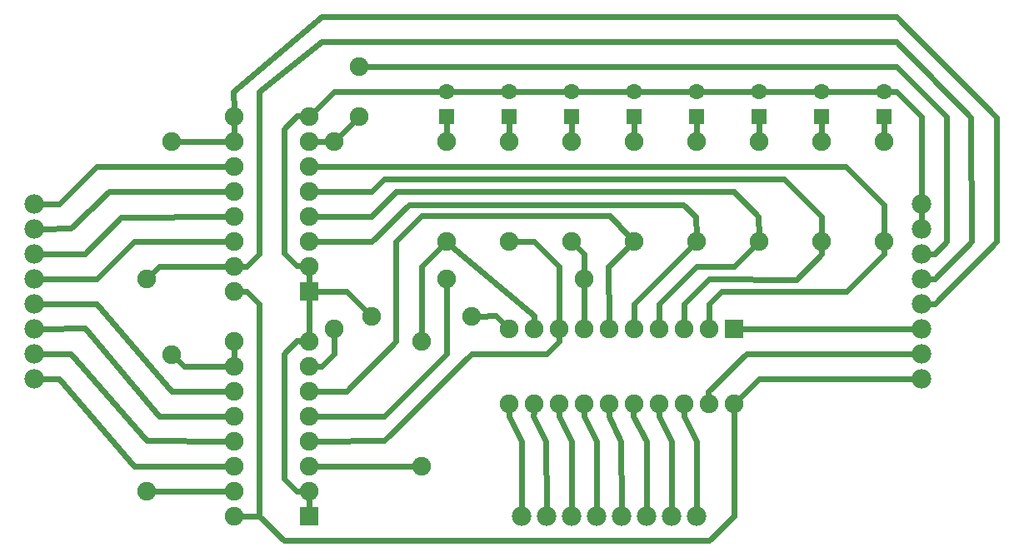
<source format=gbl>
G04 MADE WITH FRITZING*
G04 WWW.FRITZING.ORG*
G04 SINGLE SIDED*
G04 HOLES NOT PLATED*
G04 CONTOUR ON CENTER OF CONTOUR VECTOR*
%ASAXBY*%
%FSLAX23Y23*%
%MOIN*%
%OFA0B0*%
%SFA1.0B1.0*%
%ADD10C,0.075000*%
%ADD11C,0.062992*%
%ADD12C,0.078000*%
%ADD13R,0.062992X0.062992*%
%ADD14R,0.075000X0.075000*%
%ADD15C,0.024000*%
%LNCOPPER0*%
G90*
G70*
G54D10*
X1832Y1201D03*
X2382Y1201D03*
X3331Y1351D03*
X3331Y1751D03*
X3581Y1351D03*
X3581Y1751D03*
X2581Y1351D03*
X2581Y1751D03*
X2331Y1351D03*
X2331Y1751D03*
X2081Y1351D03*
X2081Y1751D03*
X1831Y1351D03*
X1831Y1751D03*
X2831Y1351D03*
X2831Y1751D03*
X3081Y1351D03*
X3081Y1751D03*
X732Y899D03*
X731Y1751D03*
X1532Y1051D03*
X1932Y1051D03*
X1481Y1851D03*
X1481Y2051D03*
X1381Y1001D03*
X1381Y1751D03*
X631Y351D03*
X631Y1201D03*
G54D11*
X2831Y1852D03*
X2831Y1951D03*
X2581Y1852D03*
X2581Y1951D03*
X2081Y1852D03*
X2081Y1951D03*
X2331Y1852D03*
X2331Y1951D03*
X1831Y1852D03*
X1831Y1951D03*
G54D12*
X2831Y251D03*
X2731Y251D03*
X2631Y251D03*
X2531Y251D03*
X2431Y251D03*
X2331Y251D03*
X2231Y251D03*
X2131Y251D03*
X182Y801D03*
X182Y901D03*
X182Y1001D03*
X182Y1101D03*
X182Y1201D03*
X182Y1301D03*
X182Y1401D03*
X182Y1501D03*
X3732Y801D03*
X3732Y901D03*
X3732Y1001D03*
X3732Y1101D03*
X3732Y1201D03*
X3732Y1301D03*
X3732Y1401D03*
X3732Y1501D03*
G54D11*
X3081Y1852D03*
X3081Y1951D03*
X3331Y1852D03*
X3331Y1951D03*
X3581Y1852D03*
X3581Y1951D03*
G54D10*
X1282Y1151D03*
X982Y1151D03*
X1282Y1251D03*
X982Y1251D03*
X1282Y1351D03*
X982Y1351D03*
X1282Y1451D03*
X982Y1451D03*
X1282Y1551D03*
X982Y1551D03*
X1282Y1651D03*
X982Y1651D03*
X1282Y1751D03*
X982Y1751D03*
X1282Y1851D03*
X982Y1851D03*
X1282Y251D03*
X982Y251D03*
X1282Y351D03*
X982Y351D03*
X1282Y451D03*
X982Y451D03*
X1282Y551D03*
X982Y551D03*
X1282Y651D03*
X982Y651D03*
X1282Y751D03*
X982Y751D03*
X1282Y851D03*
X982Y851D03*
X1282Y951D03*
X982Y951D03*
X2981Y1001D03*
X2981Y701D03*
X2881Y1001D03*
X2881Y701D03*
X2781Y1001D03*
X2781Y701D03*
X2681Y1001D03*
X2681Y701D03*
X2581Y1001D03*
X2581Y701D03*
X2481Y1001D03*
X2481Y701D03*
X2381Y1001D03*
X2381Y701D03*
X2281Y1001D03*
X2281Y701D03*
X2181Y1001D03*
X2181Y701D03*
X2081Y1001D03*
X2081Y701D03*
X1732Y451D03*
X1732Y951D03*
G54D13*
X2831Y1852D03*
X2581Y1852D03*
X2081Y1852D03*
X2331Y1852D03*
X1831Y1852D03*
X3081Y1852D03*
X3331Y1852D03*
X3581Y1852D03*
G54D14*
X1282Y1151D03*
X1282Y251D03*
X2981Y1001D03*
G54D15*
X1630Y950D02*
X1432Y752D01*
D02*
X1630Y1350D02*
X1630Y950D01*
D02*
X1432Y752D02*
X1311Y752D01*
D02*
X2583Y1101D02*
X2582Y1053D01*
D02*
X2582Y1053D02*
X2582Y1029D01*
D02*
X2781Y1302D02*
X2583Y1101D01*
D02*
X2811Y1331D02*
X2781Y1302D01*
D02*
X1683Y1499D02*
X2780Y1499D01*
D02*
X1531Y1351D02*
X1683Y1499D01*
D02*
X2830Y1450D02*
X2831Y1379D01*
D02*
X2780Y1499D02*
X2830Y1450D01*
D02*
X1311Y1351D02*
X1531Y1351D01*
D02*
X2682Y1101D02*
X2681Y1053D01*
D02*
X2681Y1053D02*
X2681Y1029D01*
D02*
X2832Y1251D02*
X2682Y1101D01*
D02*
X2981Y1252D02*
X2832Y1251D01*
D02*
X3061Y1331D02*
X2981Y1252D01*
D02*
X1630Y1552D02*
X2981Y1552D01*
D02*
X1531Y1450D02*
X1630Y1552D01*
D02*
X3080Y1450D02*
X3081Y1379D01*
D02*
X2981Y1552D02*
X3080Y1450D01*
D02*
X1311Y1451D02*
X1531Y1450D01*
D02*
X3182Y1601D02*
X3331Y1450D01*
D02*
X2781Y1101D02*
X2781Y1029D01*
D02*
X3333Y1302D02*
X3232Y1199D01*
D02*
X2883Y1202D02*
X2781Y1101D01*
D02*
X3232Y1199D02*
X2883Y1202D01*
D02*
X3332Y1322D02*
X3333Y1302D01*
D02*
X1581Y1601D02*
X3182Y1601D01*
D02*
X1531Y1552D02*
X1581Y1601D01*
D02*
X3331Y1450D02*
X3331Y1379D01*
D02*
X1311Y1552D02*
X1531Y1552D01*
D02*
X3430Y1651D02*
X3581Y1499D01*
D02*
X2931Y1152D02*
X2883Y1101D01*
D02*
X3582Y1302D02*
X3432Y1152D01*
D02*
X3432Y1152D02*
X2931Y1152D01*
D02*
X3582Y1322D02*
X3582Y1302D01*
D02*
X2883Y1101D02*
X2882Y1029D01*
D02*
X3581Y1499D02*
X3581Y1379D01*
D02*
X1311Y1651D02*
X3430Y1651D01*
D02*
X2480Y1252D02*
X2481Y1029D01*
D02*
X2561Y1331D02*
X2480Y1252D01*
D02*
X2381Y1300D02*
X2382Y1230D01*
D02*
X2351Y1330D02*
X2381Y1300D01*
D02*
X2081Y650D02*
X2131Y551D01*
D02*
X2131Y551D02*
X2131Y281D01*
D02*
X2081Y672D02*
X2081Y650D01*
D02*
X2180Y650D02*
X2230Y551D01*
D02*
X2230Y551D02*
X2231Y281D01*
D02*
X2181Y672D02*
X2180Y650D01*
D02*
X2282Y650D02*
X2332Y551D01*
D02*
X2332Y551D02*
X2331Y281D01*
D02*
X2282Y672D02*
X2282Y650D01*
D02*
X2382Y650D02*
X2431Y551D01*
D02*
X2431Y551D02*
X2431Y281D01*
D02*
X2381Y672D02*
X2382Y650D01*
D02*
X2481Y650D02*
X2530Y551D01*
D02*
X2530Y551D02*
X2531Y281D01*
D02*
X2481Y672D02*
X2481Y650D01*
D02*
X2580Y650D02*
X2632Y551D01*
D02*
X2632Y551D02*
X2631Y281D01*
D02*
X2580Y672D02*
X2580Y650D01*
D02*
X2682Y650D02*
X2732Y551D01*
D02*
X2732Y551D02*
X2731Y281D01*
D02*
X2682Y672D02*
X2682Y650D01*
D02*
X2781Y650D02*
X2831Y551D01*
D02*
X2831Y551D02*
X2831Y281D01*
D02*
X2781Y672D02*
X2781Y650D01*
D02*
X982Y880D02*
X982Y923D01*
D02*
X982Y1780D02*
X982Y1823D01*
D02*
X1282Y280D02*
X1282Y323D01*
D02*
X1282Y1180D02*
X1282Y1223D01*
D02*
X1232Y953D02*
X1253Y952D01*
D02*
X1181Y902D02*
X1232Y953D01*
D02*
X1232Y350D02*
X1181Y401D01*
D02*
X1181Y401D02*
X1181Y902D01*
D02*
X1253Y350D02*
X1232Y350D01*
D02*
X1232Y1854D02*
X1253Y1853D01*
D02*
X1183Y1802D02*
X1232Y1854D01*
D02*
X1183Y1303D02*
X1183Y1802D01*
D02*
X1232Y1253D02*
X1183Y1303D01*
D02*
X1253Y1253D02*
X1232Y1253D01*
D02*
X1031Y1152D02*
X1011Y1152D01*
D02*
X1082Y1101D02*
X1031Y1152D01*
D02*
X1082Y251D02*
X1082Y1101D01*
D02*
X1011Y251D02*
X1082Y251D01*
D02*
X1282Y980D02*
X1282Y1123D01*
D02*
X1311Y451D02*
X1703Y451D01*
D02*
X2282Y950D02*
X2282Y972D01*
D02*
X2232Y900D02*
X2282Y950D01*
D02*
X1581Y553D02*
X1931Y900D01*
D02*
X1931Y900D02*
X2232Y900D01*
D02*
X1311Y552D02*
X1581Y553D01*
D02*
X1832Y900D02*
X1832Y1173D01*
D02*
X1581Y652D02*
X1832Y900D01*
D02*
X1311Y652D02*
X1581Y652D01*
D02*
X3082Y801D02*
X3702Y801D01*
D02*
X3002Y721D02*
X3082Y801D01*
D02*
X3033Y900D02*
X3702Y901D01*
D02*
X2880Y752D02*
X3033Y900D01*
D02*
X2881Y729D02*
X2880Y752D01*
D02*
X3702Y1001D02*
X3010Y1001D01*
D02*
X3581Y1825D02*
X3581Y1779D01*
D02*
X3331Y1825D02*
X3331Y1779D01*
D02*
X3081Y1825D02*
X3081Y1779D01*
D02*
X2831Y1825D02*
X2831Y1779D01*
D02*
X1831Y1825D02*
X1831Y1779D01*
D02*
X2081Y1825D02*
X2081Y1779D01*
D02*
X2331Y1825D02*
X2331Y1779D01*
D02*
X2581Y1825D02*
X2581Y1779D01*
D02*
X1383Y1951D02*
X1302Y1872D01*
D02*
X1804Y1951D02*
X1383Y1951D01*
D02*
X1182Y153D02*
X1082Y251D01*
D02*
X2883Y153D02*
X1182Y153D01*
D02*
X2983Y250D02*
X2883Y153D01*
D02*
X2981Y672D02*
X2983Y250D01*
D02*
X3631Y1951D02*
X3608Y1951D01*
D02*
X3733Y1852D02*
X3631Y1951D01*
D02*
X3732Y1532D02*
X3733Y1852D01*
D02*
X980Y1951D02*
X981Y1880D01*
D02*
X4031Y1350D02*
X4032Y1849D01*
D02*
X3633Y2252D02*
X1331Y2252D01*
D02*
X1331Y2252D02*
X980Y1951D01*
D02*
X4032Y1849D02*
X3633Y2252D01*
D02*
X3784Y1102D02*
X4031Y1350D01*
D02*
X3762Y1102D02*
X3784Y1102D01*
D02*
X953Y1751D02*
X760Y1751D01*
D02*
X783Y852D02*
X953Y852D01*
D02*
X753Y880D02*
X783Y852D01*
D02*
X281Y1502D02*
X212Y1502D01*
D02*
X433Y1651D02*
X281Y1502D01*
D02*
X953Y1651D02*
X433Y1651D01*
D02*
X330Y1403D02*
X212Y1402D01*
D02*
X483Y1552D02*
X330Y1403D01*
D02*
X953Y1552D02*
X483Y1552D01*
D02*
X384Y1300D02*
X212Y1301D01*
D02*
X530Y1449D02*
X384Y1300D01*
D02*
X953Y1451D02*
X530Y1449D01*
D02*
X433Y1201D02*
X212Y1201D01*
D02*
X582Y1350D02*
X433Y1201D01*
D02*
X953Y1351D02*
X582Y1350D01*
D02*
X1432Y1152D02*
X1512Y1072D01*
D02*
X1311Y1152D02*
X1432Y1152D01*
D02*
X2030Y1053D02*
X2061Y1021D01*
D02*
X1961Y1052D02*
X2030Y1053D01*
D02*
X3932Y1350D02*
X3930Y1849D01*
D02*
X1031Y1250D02*
X1011Y1250D01*
D02*
X1082Y1301D02*
X1031Y1250D01*
D02*
X1081Y1951D02*
X1082Y1301D01*
D02*
X3633Y2150D02*
X1331Y2150D01*
D02*
X1331Y2150D02*
X1081Y1951D01*
D02*
X3930Y1849D02*
X3633Y2150D01*
D02*
X3784Y1201D02*
X3932Y1350D01*
D02*
X3762Y1201D02*
X3784Y1201D01*
D02*
X281Y801D02*
X212Y801D01*
D02*
X582Y450D02*
X281Y801D01*
D02*
X953Y451D02*
X582Y450D01*
D02*
X330Y900D02*
X212Y901D01*
D02*
X632Y553D02*
X330Y900D01*
D02*
X953Y552D02*
X632Y553D01*
D02*
X384Y1003D02*
X212Y1002D01*
D02*
X681Y652D02*
X384Y1003D01*
D02*
X953Y652D02*
X681Y652D01*
D02*
X433Y1102D02*
X212Y1102D01*
D02*
X731Y752D02*
X433Y1102D01*
D02*
X953Y751D02*
X731Y752D01*
D02*
X1858Y1951D02*
X2054Y1951D01*
D02*
X2108Y1951D02*
X2304Y1951D01*
D02*
X2358Y1951D02*
X2554Y1951D01*
D02*
X2608Y1951D02*
X2804Y1951D01*
D02*
X2858Y1951D02*
X3054Y1951D01*
D02*
X3108Y1951D02*
X3304Y1951D01*
D02*
X3358Y1951D02*
X3554Y1951D01*
D02*
X1401Y1771D02*
X1461Y1830D01*
D02*
X3631Y2050D02*
X1510Y2051D01*
D02*
X3832Y1852D02*
X3631Y2050D01*
D02*
X3833Y1350D02*
X3832Y1852D01*
D02*
X3784Y1300D02*
X3833Y1350D01*
D02*
X3762Y1301D02*
X3784Y1300D01*
D02*
X1333Y851D02*
X1311Y851D01*
D02*
X1382Y900D02*
X1333Y851D01*
D02*
X1382Y972D02*
X1382Y900D01*
D02*
X1353Y1751D02*
X1311Y1751D01*
D02*
X681Y1252D02*
X651Y1221D01*
D02*
X953Y1252D02*
X681Y1252D01*
D02*
X953Y351D02*
X660Y351D01*
D02*
X2382Y1173D02*
X2381Y1029D01*
D02*
X2484Y1453D02*
X2561Y1371D01*
D02*
X1733Y1453D02*
X2484Y1453D01*
D02*
X1630Y1350D02*
X1733Y1453D01*
D02*
X2183Y1350D02*
X2110Y1351D01*
D02*
X2282Y1251D02*
X2183Y1350D01*
D02*
X2281Y1029D02*
X2282Y1251D01*
D02*
X2183Y1053D02*
X1853Y1332D01*
D02*
X2182Y1029D02*
X2183Y1053D01*
D02*
X1733Y1251D02*
X1732Y980D01*
D02*
X1811Y1330D02*
X1733Y1251D01*
D02*
X3732Y1471D02*
X3732Y1432D01*
G04 End of Copper0*
M02*
</source>
